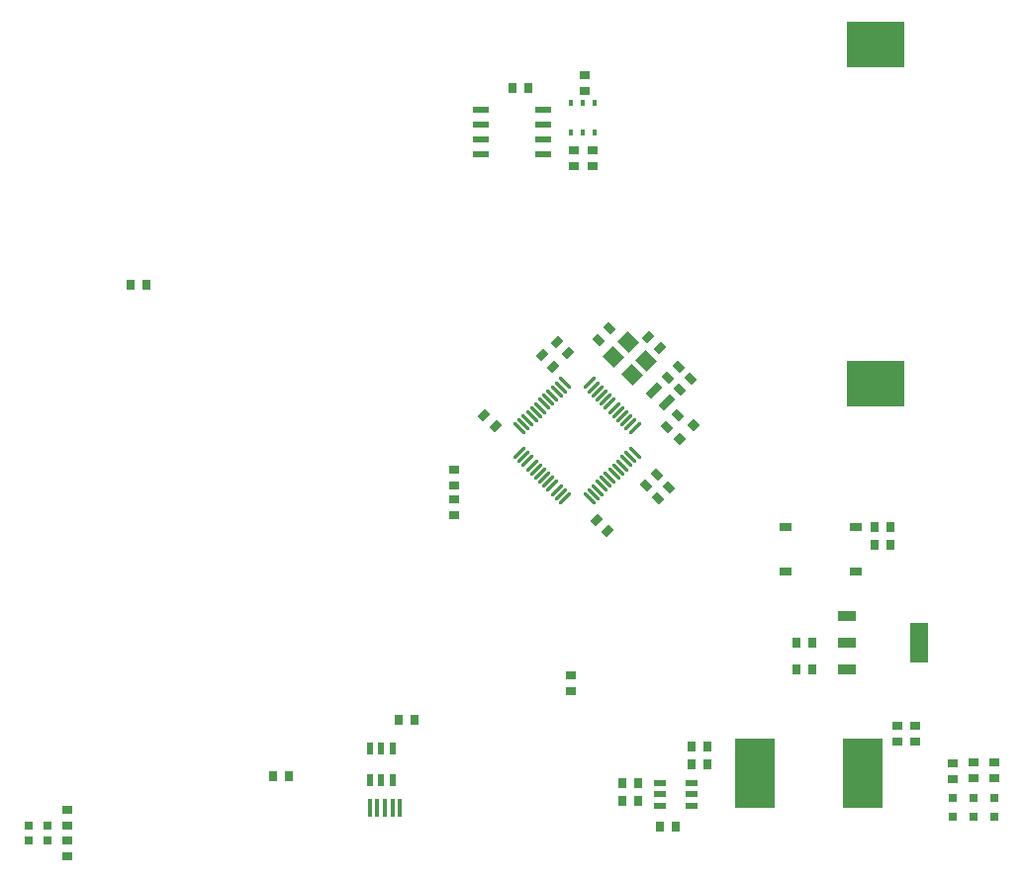
<source format=gtp>
G04*
G04 #@! TF.GenerationSoftware,Altium Limited,Altium Designer,19.0.15 (446)*
G04*
G04 Layer_Color=8421504*
%FSLAX25Y25*%
%MOIN*%
G70*
G01*
G75*
%ADD18R,0.01575X0.06299*%
%ADD19R,0.03740X0.02756*%
%ADD20R,0.06299X0.13386*%
%ADD21R,0.06299X0.03347*%
%ADD22R,0.05512X0.02362*%
%ADD23R,0.01575X0.02362*%
G04:AMPARAMS|DCode=24|XSize=27.56mil|YSize=37.4mil|CornerRadius=0mil|HoleSize=0mil|Usage=FLASHONLY|Rotation=315.000|XOffset=0mil|YOffset=0mil|HoleType=Round|Shape=Rectangle|*
%AMROTATEDRECTD24*
4,1,4,-0.02297,-0.00348,0.00348,0.02297,0.02297,0.00348,-0.00348,-0.02297,-0.02297,-0.00348,0.0*
%
%ADD24ROTATEDRECTD24*%

G04:AMPARAMS|DCode=25|XSize=27.56mil|YSize=37.4mil|CornerRadius=0mil|HoleSize=0mil|Usage=FLASHONLY|Rotation=225.000|XOffset=0mil|YOffset=0mil|HoleType=Round|Shape=Rectangle|*
%AMROTATEDRECTD25*
4,1,4,-0.00348,0.02297,0.02297,-0.00348,0.00348,-0.02297,-0.02297,0.00348,-0.00348,0.02297,0.0*
%
%ADD25ROTATEDRECTD25*%

G04:AMPARAMS|DCode=26|XSize=27.56mil|YSize=55.12mil|CornerRadius=0mil|HoleSize=0mil|Usage=FLASHONLY|Rotation=315.000|XOffset=0mil|YOffset=0mil|HoleType=Round|Shape=Rectangle|*
%AMROTATEDRECTD26*
4,1,4,-0.02923,-0.00974,0.00974,0.02923,0.02923,0.00974,-0.00974,-0.02923,-0.02923,-0.00974,0.0*
%
%ADD26ROTATEDRECTD26*%

G04:AMPARAMS|DCode=27|XSize=55.12mil|YSize=47.24mil|CornerRadius=0mil|HoleSize=0mil|Usage=FLASHONLY|Rotation=315.000|XOffset=0mil|YOffset=0mil|HoleType=Round|Shape=Rectangle|*
%AMROTATEDRECTD27*
4,1,4,-0.03619,0.00278,-0.00278,0.03619,0.03619,-0.00278,0.00278,-0.03619,-0.03619,0.00278,0.0*
%
%ADD27ROTATEDRECTD27*%

%ADD28P,0.04454X4X90.0*%
G04:AMPARAMS|DCode=29|XSize=11.81mil|YSize=57.09mil|CornerRadius=0mil|HoleSize=0mil|Usage=FLASHONLY|Rotation=315.000|XOffset=0mil|YOffset=0mil|HoleType=Round|Shape=Round|*
%AMOVALD29*
21,1,0.04528,0.01181,0.00000,0.00000,45.0*
1,1,0.01181,-0.01601,-0.01601*
1,1,0.01181,0.01601,0.01601*
%
%ADD29OVALD29*%

G04:AMPARAMS|DCode=30|XSize=11.81mil|YSize=57.09mil|CornerRadius=0mil|HoleSize=0mil|Usage=FLASHONLY|Rotation=225.000|XOffset=0mil|YOffset=0mil|HoleType=Round|Shape=Round|*
%AMOVALD30*
21,1,0.04528,0.01181,0.00000,0.00000,315.0*
1,1,0.01181,-0.01601,0.01601*
1,1,0.01181,0.01601,-0.01601*
%
%ADD30OVALD30*%

%ADD31R,0.02756X0.03740*%
%ADD32R,0.03150X0.03150*%
%ADD33R,0.04331X0.02362*%
%ADD34R,0.03150X0.03150*%
%ADD35R,0.02362X0.04331*%
%ADD36R,0.19685X0.15748*%
%ADD37R,0.03937X0.02953*%
%ADD38R,0.13780X0.23622*%
D18*
X141142Y21874D02*
D03*
X130905D02*
D03*
X133465D02*
D03*
X136024D02*
D03*
X138583D02*
D03*
D19*
X198787Y61354D02*
D03*
Y66669D02*
D03*
X159300Y130688D02*
D03*
Y136003D02*
D03*
Y120485D02*
D03*
Y125800D02*
D03*
X203400Y268915D02*
D03*
Y263600D02*
D03*
X199665Y243684D02*
D03*
Y238369D02*
D03*
X206037D02*
D03*
Y243684D02*
D03*
X341287Y31791D02*
D03*
Y37106D02*
D03*
X327287Y31476D02*
D03*
Y36791D02*
D03*
X334287Y31791D02*
D03*
Y37106D02*
D03*
X308787Y49669D02*
D03*
Y44354D02*
D03*
X29000Y16000D02*
D03*
Y21315D02*
D03*
Y11000D02*
D03*
Y5685D02*
D03*
X314787Y49669D02*
D03*
Y44354D02*
D03*
D20*
X316000Y77669D02*
D03*
D21*
X291787Y86724D02*
D03*
Y77669D02*
D03*
Y68614D02*
D03*
D22*
X189332Y242200D02*
D03*
Y247200D02*
D03*
Y252200D02*
D03*
Y257200D02*
D03*
X168466Y242200D02*
D03*
Y247200D02*
D03*
Y252200D02*
D03*
Y257200D02*
D03*
D23*
X206637Y259442D02*
D03*
X202700D02*
D03*
X198763D02*
D03*
X206637Y249600D02*
D03*
X202700D02*
D03*
X198763D02*
D03*
D24*
X224787Y180669D02*
D03*
X228546Y176911D02*
D03*
X192787Y170669D02*
D03*
X189029Y174427D02*
D03*
X194029Y178831D02*
D03*
X197787Y175072D02*
D03*
X173258Y150462D02*
D03*
X169500Y154220D02*
D03*
X210958Y115142D02*
D03*
X207200Y118900D02*
D03*
D25*
X231287Y166969D02*
D03*
X235046Y170728D02*
D03*
X239021Y166552D02*
D03*
X235263Y162794D02*
D03*
X211751Y183428D02*
D03*
X207993Y179669D02*
D03*
X231087Y150369D02*
D03*
X234846Y154128D02*
D03*
X224029Y130475D02*
D03*
X227787Y134234D02*
D03*
X228029Y126300D02*
D03*
X231787Y130058D02*
D03*
D26*
X226787Y162669D02*
D03*
X230963Y158493D02*
D03*
D27*
X213172Y174061D02*
D03*
X219297Y167937D02*
D03*
X224029Y172669D02*
D03*
X217905Y178794D02*
D03*
D28*
X235433Y146315D02*
D03*
X239887Y150769D02*
D03*
D29*
X214637Y155343D02*
D03*
X216029Y153951D02*
D03*
X220205Y149776D02*
D03*
X217421Y152559D02*
D03*
X218813Y151168D02*
D03*
X207678Y162303D02*
D03*
X209069Y160911D02*
D03*
X204894Y165087D02*
D03*
X206286Y163695D02*
D03*
X211853Y158127D02*
D03*
X213245Y156735D02*
D03*
X210461Y159519D02*
D03*
X191113Y131819D02*
D03*
X195289Y127644D02*
D03*
X196681Y126252D02*
D03*
X192505Y130428D02*
D03*
X193897Y129036D02*
D03*
X184154Y138779D02*
D03*
X185546Y137387D02*
D03*
X181370Y141563D02*
D03*
X182762Y140171D02*
D03*
X188330Y134603D02*
D03*
X189722Y133211D02*
D03*
X186938Y135995D02*
D03*
D30*
X220205Y141563D02*
D03*
X218813Y140171D02*
D03*
X217421Y138779D02*
D03*
X216029Y137387D02*
D03*
X214637Y135995D02*
D03*
X213245Y134603D02*
D03*
X211853Y133211D02*
D03*
X210461Y131819D02*
D03*
X209069Y130428D02*
D03*
X207678Y129036D02*
D03*
X206286Y127644D02*
D03*
X204894Y126252D02*
D03*
X196681Y165087D02*
D03*
X195289Y163695D02*
D03*
X193897Y162303D02*
D03*
X192505Y160911D02*
D03*
X191113Y159519D02*
D03*
X189722Y158127D02*
D03*
X188330Y156735D02*
D03*
X186938Y155343D02*
D03*
X185546Y153951D02*
D03*
X184154Y152559D02*
D03*
X182762Y151168D02*
D03*
X181370Y149776D02*
D03*
D31*
X306300Y116500D02*
D03*
X300985D02*
D03*
X306402Y110408D02*
D03*
X301087D02*
D03*
X274787Y77724D02*
D03*
X280102D02*
D03*
X274787Y68614D02*
D03*
X280102D02*
D03*
X239213Y42669D02*
D03*
X244528D02*
D03*
Y36669D02*
D03*
X239213D02*
D03*
X228583Y15669D02*
D03*
X233898D02*
D03*
X216150Y30150D02*
D03*
X221465D02*
D03*
X146000Y51600D02*
D03*
X140685D02*
D03*
X184200Y264600D02*
D03*
X178885D02*
D03*
X216150Y24150D02*
D03*
X221465D02*
D03*
X98400Y32600D02*
D03*
X103715D02*
D03*
X50500Y198100D02*
D03*
X55815D02*
D03*
D32*
X334287Y25091D02*
D03*
Y18791D02*
D03*
X341287D02*
D03*
Y25091D02*
D03*
X327287Y18791D02*
D03*
Y25091D02*
D03*
D33*
X228583Y22669D02*
D03*
Y26409D02*
D03*
Y30150D02*
D03*
X239213D02*
D03*
Y26409D02*
D03*
Y22669D02*
D03*
D34*
X16150Y16000D02*
D03*
X22449D02*
D03*
Y11000D02*
D03*
X16150D02*
D03*
D35*
X131047Y41984D02*
D03*
X134787D02*
D03*
X138528D02*
D03*
Y31354D02*
D03*
X134787D02*
D03*
X131047D02*
D03*
D36*
X301500Y165027D02*
D03*
Y279200D02*
D03*
D37*
X294787Y116433D02*
D03*
X271165D02*
D03*
Y101669D02*
D03*
X294787D02*
D03*
D38*
X297008Y33669D02*
D03*
X260787D02*
D03*
M02*

</source>
